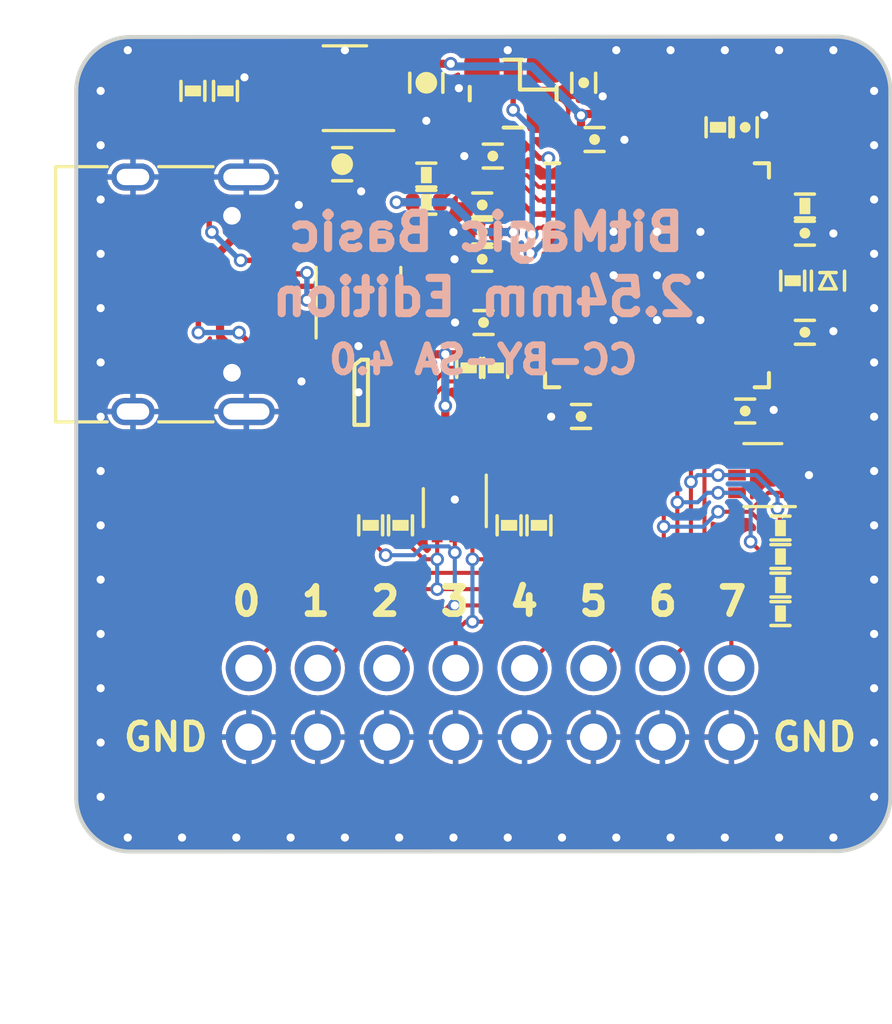
<source format=kicad_pcb>
(kicad_pcb (version 20221018) (generator pcbnew)
  (title_block (title "BitMagic-Basic") (rev "V1.0b") (company "1BitSquared") (comment 1 "CC-BY-SA V4.0") (comment 2 "(C) 2019 1BitSquared <info@1bitsquared.com>") (comment 3 "(C) 2019 Piotr Esden-Tempski <piotr@esden.net>"))
  (layers (0 "F.Cu" signal) (31 "B.Cu" signal) (34 "B.Paste" user) (35 "F.Paste" user) (36 "B.SilkS" user "B.Silkscreen") (37 "F.SilkS" user "F.Silkscreen") (38 "B.Mask" user) (39 "F.Mask" user) (44 "Edge.Cuts" user))
  (net 0 "")
  (net 1 "+3V3")
  (net 2 "GND")
  (net 3 "+5V")
  (net 4 "/XTALOUT")
  (net 5 "/XTALIN")
  (net 6 "/SCL")
  (net 7 "/SDA")
  (net 8 "/PB0")
  (net 9 "/PB1")
  (net 10 "/PB2")
  (net 11 "/PB5")
  (net 12 "/PB6")
  (net 13 "/PB7")
  (net 14 "/~{RESET}")
  (net 15 "/WAKEUP")
  (net 16 "/PB3")
  (net 17 "/PB4")
  (net 19 "/USBD_P")
  (net 20 "/USBD_N")
  (net 22 "/PA1")
  (net 23 "/TRIG")
  (net 24 "/CLK")
  (net 25 "/IFCLK")
  (net 26 "Net-(D1-PadC)")
  (net 27 "/TRIG2")
  (net 46 "/CC1")
  (net 48 "/CC2")
  (footprint "pkl_dipol:C_0402" (layer "F.Cu") (at 33.61 40.03 180)
    (fp_text reference "C1" hide)
    (fp_text value "100n")
  )
  (footprint "pkl_dipol:C_0402" (layer "F.Cu") (at 37.2 43.49 180)
    (fp_text reference "C2" hide)
    (fp_text value "100n")
  )
  (footprint "pkl_dipol:C_0402" (layer "F.Cu") (at 43.25 43.29)
    (fp_text reference "C3" hide)
    (fp_text value "100n")
  )
  (footprint "pkl_dipol:C_0402" (layer "F.Cu") (at 45.45 40.39)
    (fp_text reference "C4" hide)
    (fp_text value "100n")
  )
  (footprint "pkl_dipol:C_0402" (layer "F.Cu") (at 43.25 32.84 90)
    (fp_text reference "C5" hide)
    (fp_text value "100n")
  )
  (footprint "pkl_dipol:C_0402" (layer "F.Cu") (at 37.7 33.29)
    (fp_text reference "C6" hide)
    (fp_text value "100n")
  )
  (footprint "pkl_dipol:C_0402" (layer "F.Cu") (at 33.56 36.7 180)
    (fp_text reference "C8" hide)
    (fp_text value "2u2")
  )
  (footprint "pkl_dipol:C_0603" (layer "F.Cu") (at 28.4 34.2)
    (fp_text reference "C11" hide)
    (fp_text value "4u7")
  )
  (footprint "pkl_dipol:C_0603" (layer "F.Cu") (at 31.5 31.2 -90)
    (fp_text reference "C13" hide)
    (fp_text value "4u7")
  )
  (footprint "pkl_dipol:C_0402" (layer "F.Cu") (at 45.45 36.74)
    (fp_text reference "C14" hide)
    (fp_text value "1u")
  )
  (footprint "pkl_dipol:C_0402" (layer "F.Cu") (at 37.3 31.2 -90)
    (fp_text reference "C15" hide)
    (fp_text value "10p")
  )
  (footprint "pkl_dipol:C_0402" (layer "F.Cu") (at 33.95 33.9 180)
    (fp_text reference "C16" hide)
    (fp_text value "10p")
  )
  (footprint "pkl_dipol:D_0603" (layer "F.Cu") (at 46.3 38.49 -90)
    (fp_text reference "D1" hide)
    (fp_text value "GRN")
  )
  (footprint "pkl_housings_dfn_qfn:QFN-56-1EP_8x8mm_Pitch0.5mm" (layer "F.Cu") (at 40 38.29)
    (fp_text reference "IC1" hide)
    (fp_text value "CY7C68013A-56")
  )
  (footprint "pkl_dipol:R_0402" (layer "F.Cu") (at 45 38.49 -90)
    (fp_text reference "R1" hide)
    (fp_text value "3k3")
  )
  (footprint "pkl_dipol:R_0402" (layer "F.Cu") (at 34.06 41.7 90)
    (fp_text reference "R2" hide)
    (fp_text value "3k3")
  )
  (footprint "pkl_dipol:R_0402" (layer "F.Cu") (at 33.06 41.7 90)
    (fp_text reference "R3" hide)
    (fp_text value "3k3")
  )
  (footprint "pkl_dipol:R_0402" (layer "F.Cu") (at 45.45 35.74)
    (fp_text reference "R4" hide)
    (fp_text value "3k3")
  )
  (footprint "pkl_dipol:R_0402" (layer "F.Cu") (at 42.25 32.84 90)
    (fp_text reference "R5" hide)
    (fp_text value "150k")
  )
  (footprint "pkl_misc:ABM8" (layer "F.Cu") (at 34.7 31.6 180)
    (fp_text reference "X1" hide)
    (fp_text value "24MHz")
  )
  (footprint "pkl_dipol:R_0402" (layer "F.Cu") (at 31.5 34.6)
    (fp_text reference "R6" hide)
    (fp_text value "150k")
  )
  (footprint "pkl_housings_sot:SOT-23-5" (layer "F.Cu") (at 29.1 42.6 180)
    (fp_text reference "U5" hide)
    (fp_text value "24LC00")
  )
  (footprint "pkl_dipol:R_0402" (layer "F.Cu") (at 31.5 35.6)
    (fp_text reference "R7" hide)
    (fp_text value "150k")
  )
  (footprint "pkl_dipol:R_0402" (layer "F.Cu") (at 44.55 47.6 180)
    (fp_text reference "R14" hide)
    (fp_text value "150k")
  )
  (footprint "pkl_dipol:R_0402" (layer "F.Cu") (at 29.45 47.5 -90)
    (fp_text reference "R10" hide)
    (fp_text value "150k")
  )
  (footprint "pkl_dipol:R_0402" (layer "F.Cu") (at 30.55 47.5 -90)
    (fp_text reference "R9" hide)
    (fp_text value "150k")
  )
  (footprint "pkl_dipol:R_0402" (layer "F.Cu") (at 34.55 47.5 -90)
    (fp_text reference "R13" hide)
    (fp_text value "150k")
  )
  (footprint "pkl_dipol:C_0402" (layer "F.Cu") (at 33.56 37.7 180)
    (fp_text reference "C10" hide)
    (fp_text value "100n")
  )
  (footprint "pkl_dipol:R_0402" (layer "F.Cu") (at 44.55 49.7 180)
    (fp_text reference "R16" hide)
    (fp_text value "150k")
  )
  (footprint "pkl_dipol:R_0402" (layer "F.Cu") (at 24.1 31.5 90)
    (fp_text reference "R12" hide)
    (fp_text value "5k1")
  )
  (footprint "pkl_dipol:R_0402" (layer "F.Cu") (at 35.65 47.5 -90)
    (fp_text reference "R8" hide)
    (fp_text value "150k")
  )
  (footprint "Connector_PinHeader_2.54mm:PinHeader_2x08_P2.54mm_Horizontal" (layer "F.Cu") (at 42.74 52.76 -90)
    (fp_text reference "J1" hide)
    (fp_text value "Conn_02x08_Odd_Even" hide)
  )
  (footprint "pkl_dipol:R_0402" (layer "F.Cu") (at 44.55 50.75 180)
    (fp_text reference "R17" hide)
    (fp_text value "150k")
  )
  (footprint "pkl_dipol:C_0402" (layer "F.Cu") (at 33.56 35.7 180)
    (fp_text reference "C9" hide)
    (fp_text value "100n")
  )
  (footprint "Package_TO_SOT_SMD:SOT-23-6" (layer "F.Cu") (at 29 38.8 90)
    (fp_text reference "U2" hide)
    (fp_text value "SRV05-4")
  )
  (footprint "pkl_dipol:R_0402" (layer "F.Cu") (at 22.9 31.5 90)
    (fp_text reference "R11" hide)
    (fp_text value "5k1")
  )
  (footprint "pkl_dipol:R_0402" (layer "F.Cu") (at 44.55 48.65 180)
    (fp_text reference "R15" hide)
    (fp_text value "150k")
  )
  (footprint "Package_TO_SOT_SMD:SOT-23-3" (layer "F.Cu") (at 28.5 31.4 180)
    (fp_text reference "U1" hide)
    (fp_text value "XC6206PxxxMR")
  )
  (footprint "Package_TO_SOT_SMD:SOT-363_SC-70-6" (layer "F.Cu") (at 43.9 45.65 180)
    (fp_text reference "U4" hide)
    (fp_text value "SMF05CT1G")
  )
  (footprint "Package_TO_SOT_SMD:SOT-363_SC-70-6" (layer "F.Cu") (at 32.55 46.85 -90)
    (fp_text reference "U3" hide)
    (fp_text value "SMF05CT1G")
  )
  (footprint "pkl_connectors:USB_C_Receptacle_HRO_TYPE-C-31-M-12" (layer "F.Cu") (at 21.74 38.99 -90)
    (fp_text reference "J2" hide)
    (fp_text value "USB_C_Receptacle_USB2.0")
  )
  (gr_line (start 18.6 31.514214) (end 18.6 57.514214) (stroke (width 0.15)) (layer "Edge.Cuts"))
  (gr_line (start 48.6 31.5) (end 48.6 57.5) (stroke (width 0.15)) (layer "Edge.Cuts"))
  (gr_arc (start 48.6 57.5) (mid 48.014219 58.914223) (end 46.6 59.5) (stroke (width 0.15)) (layer "Edge.Cuts"))
  (gr_line (start 46.6 59.5) (end 20.6 59.514214) (stroke (width 0.15)) (layer "Edge.Cuts"))
  (gr_arc (start 46.6 29.5) (mid 48.014214 30.085786) (end 48.6 31.5) (stroke (width 0.15)) (layer "Edge.Cuts"))
  (gr_line (start 20.6 29.514214) (end 46.6 29.5) (stroke (width 0.15)) (layer "Edge.Cuts"))
  (gr_arc (start 20.6 59.514214) (mid 19.185786 58.928428) (end 18.6 57.514214) (stroke (width 0.15)) (layer "Edge.Cuts"))
  (gr_arc (start 18.6 31.514214) (mid 19.185781 30.099991) (end 20.6 29.514214) (stroke (width 0.15)) (layer "Edge.Cuts"))
  (gr_text "2.54mm Edition" (at 33.6 39.1) (layer "B.SilkS") (effects (font (size 1.3 1.3) (thickness 0.3)) (justify mirror)))
  (gr_text "BitMagic Basic" (at 33.7 36.7) (layer "B.SilkS") (effects (font (size 1.3 1.3) (thickness 0.3)) (justify mirror)))
  (gr_text "CC-BY-SA 4.0" (at 33.6 41.4) (layer "B.SilkS") (effects (font (size 1 1) (thickness 0.25)) (justify mirror)))
  (gr_text "GND" (at 45.8 55.3) (layer "F.SilkS") (effects (font (size 1 1) (thickness 0.2) bold)))
  (gr_text "1" (at 27.428574 50.3) (layer "F.SilkS") (effects (font (size 1 1) (thickness 0.25))))
  (gr_text "0" (at 24.871426 50.3) (layer "F.SilkS") (effects (font (size 1 1) (thickness 0.25))))
  (gr_text "7" (at 42.771426 50.3) (layer "F.SilkS") (effects (font (size 1 1) (thickness 0.25))))
  (gr_text "5" (at 37.657142 50.3) (layer "F.SilkS") (effects (font (size 1 1) (thickness 0.25))))
  (gr_text "3" (at 32.542858 50.3) (layer "F.SilkS") (effects (font (size 1 1) (thickness 0.25))))
  (gr_text "GND" (at 21.9 55.3) (layer "F.SilkS") (effects (font (size 1 1) (thickness 0.2) bold)))
  (gr_text "6" (at 40.214284 50.3) (layer "F.SilkS") (effects (font (size 1 1) (thickness 0.25))))
  (gr_text "2" (at 29.985716 50.3) (layer "F.SilkS") (effects (font (size 1 1) (thickness 0.25))))
  (gr_text "4" (at 35.1 50.3) (layer "F.SilkS") (effects (font (size 1 1) (thickness 0.25))))
  (segment (start 31.4 31.2) (end 28.6 31.2) (width 0.3) (layer "F.Cu") (net 1))
  (segment (start 21.9 55.8) (end 21.9 45) (width 0.3) (layer "F.Cu") (net 1))
  (segment (start 44.95 41.25) (end 44.999999 41.200001) (width 0.3) (layer "F.Cu") (net 1))
  (segment (start 37.25 32.35) (end 37.2 32.4) (width 0.3) (layer "F.Cu") (net 1))
  (segment (start 37.25 32.35) (end 42.24 32.35) (width 0.3) (layer "F.Cu") (net 1))
  (segment (start 36.1 36.04) (end 35.453634 36.04) (width 0.15) (layer "F.Cu") (net 1))
  (segment (start 42.75 42.19) (end 42.75 43.29) (width 0.2) (layer "F.Cu") (net 1))
  (segment (start 31 35.6) (end 31 33.8) (width 0.3) (layer "F.Cu") (net 1))
  (segment (start 43.9 40.04) (end 44.6 40.04) (width 0.2) (layer "F.Cu") (net 1))
  (segment (start 45.05 49.7) (end 45.05 50.5) (width 0.2) (layer "F.Cu") (net 1))
  (segment (start 44.6 40.04) (end 44.95 40.39) (width 0.2) (layer "F.Cu") (net 1))
  (segment (start 34.6 37.7) (end 34.06 37.7) (width 0.2) (layer "F.Cu") (net 1))
  (segment (start 31.5 31.1) (end 31.4 31.2) (width 0.3) (layer "F.Cu") (net 1))
  (segment (start 45.05 49.2) (end 47.3 49.2) (width 0.2) (layer "F.Cu") (net 1))
  (segment (start 34.55 47) (end 34.55 45) (width 0.2) (layer "F.Cu") (net 1))
  (segment (start 43.25 33.34) (end 42.25 32.34) (width 0.3) (layer "F.Cu") (net 1))
  (segment (start 45.95 34.59) (end 45.95 35.74) (width 0.3) (layer "F.Cu") (net 1))
  (segment (start 45.95 35.74) (end 46.6 35.74) (width 0.3) (layer "F.Cu") (net 1))
  (segment (start 34.06 36.7) (end 34.7 36.7) (width 0.3) (layer "F.Cu") (net 1))
  (segment (start 30.4 33.2) (end 28.9 33.2) (width 0.3) (layer "F.Cu") (net 1))
  (segment (start 31.5 30.45) (end 31.5 31.1) (width 0.3) (layer "F.Cu") (net 1))
  (segment (start 47.3 55.2) (end 45 57.5) (width 0.3) (layer "F.Cu") (net 1))
  (segment (start 44.95 43.6) (end 44.5 44.05) (width 0.3) (layer "F.Cu") (net 1))
  (segment (start 45 57.5) (end 23.6 57.5) (width 0.3) (layer "F.Cu") (net 1))
  (segment (start 37.25 34.39) (end 37.25 33.34) (width 0.2) (layer "F.Cu") (net 1))
  (segment (start 47.3 41.2) (end 47.3 49.2) (width 0.3) (layer "F.Cu") (net 1))
  (segment (start 31.55 30.5) (end 32.4 30.5) (width 0.3) (layer "F.Cu") (net 1))
  (segment (start 36.81 45) (end 34.55 45) (width 0.3) (layer "F.Cu") (net 1))
  (segment (start 44.7 33.34) (end 45.95 34.59) (width 0.3) (layer "F.Cu") (net 1))
  (segment (start 46.3 39.24) (end 47.24 39.24) (width 0.3) (layer "F.Cu") (net 1))
  (segment (start 36.1 36.04) (end 35.44 36.04) (width 0.2) (layer "F.Cu") (net 1))
  (segment (start 47.24 39.24) (end 47.3 39.3) (width 0.3) (layer "F.Cu") (net 1))
  (segment (start 34.06 36.7) (end 34.06 35.7) (width 0.3) (layer "F.Cu") (net 1))
  (segment (start 31 35.6) (end 31 34.6) (width 0.3) (layer "F.Cu") (net 1))
  (segment (start 45.05 49.2) (end 45.05 49.7) (width 0.2) (layer "F.Cu") (net 1))
  (segment (start 28.6 32.9) (end 28.9 33.2) (width 0.3) (layer "F.Cu") (net 1))
  (segment (start 37.7 43.5) (end 37.7 44.11) (width 0.3) (layer "F.Cu") (net 1))
  (segment (start 31.5 30.45) (end 29.6375 30.45) (width 0.3) (layer "F.Cu") (net 1))
  (segment (start 34.06 37.7) (end 34.06 36.7) (width 0.3) (layer "F.Cu") (net 1))
  (segment (start 36.1 40.04) (end 34.12 40.04) (width 0.2) (layer "F.Cu") (net 1))
  (segment (start 37.2 33.29) (end 37.2 32.4) (width 0.3) (layer "F.Cu") (net 1))
  (segment (start 34.55 45) (end 32.2 45) (width 0.3) (layer "F.Cu") (net 1))
  (segment (start 35.65 47) (end 34.55 47) (width 0.2) (layer "F.Cu") (net 1))
  (segment (start 35.44 36.04) (end 35.1 35.7) (width 0.2) (layer "F.Cu") (net 1))
  (segment (start 44.999999 41.200001) (end 47.3 41.2) (width 0.3) (layer "F.Cu") (net 1))
  (segment (start 22.3 30.2) (end 27.6 30.2) (width 0.3) (layer "F.Cu") (net 1))
  (segment (start 36.1 38.04) (end 34.94 38.04) (width 0.2) (layer "F.Cu") (net 1))
  (segment (start 37.7 44.11) (end 36.81 45) (width 0.3) (layer "F.Cu") (net 1))
  (segment (start 27.6 30.2) (end 28.6 31.2) (width 0.3) (layer "F.Cu") (net 1))
  (segment (start 36.1 36.04) (end 35.5 36.04) (width 0.15) (layer "F.Cu") (net 1))
  (segment (start 30.55 45) (end 21.9 45) (width 0.3) (layer "F.Cu") (net 1))
  (segment (start 21.9 30.6) (end 22.3 30.2) (width 0.3) (layer "F.Cu") (net 1))
  (segment (start 44.95 40.39) (end 44.95 41.25) (width 0.3) (layer "F.Cu") (net 1))
  (segment (start 29.45 47) (end 30.55 47) (width 0.2) (layer "F.Cu") (net 1))
  (segment (start 28.6 32.9) (end 28.6 31.2) (width 0.3) (layer "F.Cu") (net 1))
  (segment (start 30.55 47) (end 30.55 45) (width 0.2) (layer "F.Cu") (net 1))
  (segment (start 37.75 42.19) (end 37.75 43.44) (width 0.2) (layer "F.Cu") (net 1))
  (segment (start 45.05 47.6) (end 45.05 48.65) (width 0.2) (layer "F.Cu") (net 1))
  (segment (start 44.5 44.05) (end 43.4 44.05) (width 0.3) (layer "F.Cu") (net 1))
  (segment (start 34.1 40.04) (end 34.1 41.16) (width 0.3) (layer "F.Cu") (net 1))
  (segment (start 23.6 57.5) (end 21.9 55.8) (width 0.3) (layer "F.Cu") (net 1))
  (segment (start 47.3 49.2) (end 47.3 55.2) (width 0.3) (layer "F.Cu") (net 1))
  (segment (start 46.6 35.74) (end 47.3 36.44) (width 0.3) (layer "F.Cu") (net 1))
  (segment (start 34.06 41.2) (end 33.06 41.2) (width 0.3) (layer "F.Cu") (net 1))
  (segment (start 31.4 41.2) (end 32.2 41.2) (width 0.3) (layer "F.Cu") (net 1))
  (segment (start 47.3 39.3) (end 47.3 41.2) (width 0.3) (layer "F.Cu") (net 1))
  (segment (start 31 35.6) (end 30.4 35.6) (width 0.3) (layer "F.Cu") (net 1))
  (segment (start 32.2 43.1) (end 32.2 45) (width 0.3) (layer "F.Cu") (net 1))
  (segment (start 31 33.8) (end 30.4 33.2) (width 0.3) (layer "F.Cu") (net 1))
  (segment (start 45.05 48.65) (end 45.05 49.2) (width 0.2) (layer "F.Cu") (net 1))
  (segment (start 34.94 38.04) (end 34.6 37.7) (width 0.2) (layer "F.Cu") (net 1))
  (segment (start 30.2 41.65) (end 30.95 41.65) (width 0.3) (layer "F.Cu") (net 1))
  (segment (start 47.3 36.44) (end 47.3 39.3) (width 0.3) (layer "F.Cu") (net 1))
  (segment (start 43.25 34.39) (end 43.25 33.34) (width 0.2) (layer "F.Cu") (net 1))
  (segment (start 44.95 41.25) (end 44.95 43.6) (width 0.3) (layer "F.Cu") (net 1))
  (segment (start 32.2 45) (end 30.55 45) (width 0.3) (layer "F.Cu") (net 1))
  (segment (start 21.9 45) (end 21.9 30.6) (width 0.3) (layer "F.Cu") (net 1))
  (segment (start 33.06 41.2) (end 32.2 41.2) (width 0.3) (layer "F.Cu") (net 1))
  (segment (start 30.95 41.65) (end 31.4 41.2) (width 0.3) (layer "F.Cu") (net 1))
  (segment (start 32.96 41.2) (end 34.06 41.2) (width 0.2) (layer "F.Cu") (net 1))
  (segment (start 43.25 33.34) (end 44.7 33.34) (width 0.3) (layer "F.Cu") (net 1))
  (segment (start 35.1 35.7) (end 34.06 35.7) (width 0.2) (layer "F.Cu") (net 1))
  (segment (start 43.4 44.05) (end 42.75 43.4) (width 0.3) (layer "F.Cu") (net 1))
  (via (at 30.4 35.6) (size 0.5) (drill 0.3) (layers "F.Cu" "B.Cu") (net 1))
  (via (at 37.2 32.4) (size 0.5) (drill 0.3) (layers "F.Cu" "B.Cu") (net 1))
  (via (at 32.4 30.5) (size 0.5) (drill 0.3) (layers "F.Cu" "B.Cu") (net 1))
  (via (at 32.2 43.1) (size 0.5) (drill 0.3) (layers "F.Cu" "B.Cu") (net 1))
  (via (at 32.2 41.2) (size 0.5) (drill 0.3) (layers "F.Cu" "B.Cu") (net 1))
  (via (at 34.7 36.7) (size 0.5) (drill 0.3) (layers "F.Cu" "B.Cu") (net 1))
  (segment (start 32.5 30.6) (end 35.4 30.6) (width 0.3) (layer "B.Cu") (net 1))
  (segment (start 32.4 35.6) (end 30.4 35.6) (width 0.3) (layer "B.Cu") (net 1))
  (segment (start 35.4 30.6) (end 37.2 32.4) (width 0.3) (layer "B.Cu") (net 1))
  (segment (start 33.5 36.7) (end 32.4 35.6) (width 0.3) (layer "B.Cu") (net 1))
  (segment (start 32.2 41.2) (end 32.2 43.1) (width 0.3) (layer "B.Cu") (net 1))
  (segment (start 32.4 30.5) (end 32.5 30.6) (width 0.3) (layer "B.Cu") (net 1))
  (segment (start 34.7 36.7) (end 33.5 36.7) (width 0.3) (layer "B.Cu") (net 1))
  (segment (start 33.06 36.7) (end 32.5 36.7) (width 0.3) (layer "F.Cu") (net 2))
  (segment (start 38.25 34.39) (end 38.25 36.54) (width 0.2) (layer "F.Cu") (net 2))
  (segment (start 45.95 40.39) (end 46.46 40.39) (width 0.3) (layer "F.Cu") (net 2))
  (segment (start 43.9 32.34) (end 43.95 32.39) (width 0.3) (layer "F.Cu") (net 2))
  (segment (start 32.91 33.89) (end 32.9 33.9) (width 0.3) (layer "F.Cu") (net 2))
  (segment (start 33.06 36.7) (end 33.06 37.7) (width 0.3) (layer "F.Cu") (net 2))
  (segment (start 42.25 42.19) (end 42.25 40.54) (width 0.2) (layer "F.Cu") (net 2))
  (segment (start 37.3 31.7) (end 38 31.7) (width 0.2) (layer "F.Cu") (net 2))
  (segment (start 30.55 32.35) (end 29.6375 32.35) (width 0.3) (layer "F.Cu") (net 2))
  (segment (start 36.1 40.54) (end 37.4125 40.54) (width 0.15) (layer "F.Cu") (net 2))
  (segment (start 31.5 32.6) (end 31.5 31.95) (width 0.3) (layer "F.Cu") (net 2))
  (segment (start 44.26 43.29) (end 44.3 43.25) (width 0.3) (layer "F.Cu") (net 2))
  (segment (start 38.2 33.29) (end 38.79 33.29) (width 0.3) (layer "F.Cu") (net 2))
  (segment (start 29.15 35.15) (end 29.1 35.2) (width 0.3) (layer "F.Cu") (net 2))
  (segment (start 33.06 35.7) (end 33.06 36.7) (width 0.3) (layer "F.Cu") (net 2))
  (segment (start 36.75 41.54) (end 36.1 41.54) (width 0.15) (layer "F.Cu") (net 2))
  (segment (start 43.9 35.54) (end 42.75 35.54) (width 0.15) (layer "F.Cu") (net 2))
  (segment (start 44.85 45.65) (end 45.6 45.65) (width 0.3) (layer "F.Cu") (net 2))
  (segment (start 43.25 41.69) (end 42.41875 40.85875) (width 0.15) (layer "F.Cu") (net 2))
  (segment (start 22.9 31) (end 24.1 31) (width 0.2) (layer "F.Cu") (net 2))
  (segment (start 45.95 36.74) (end 46.49 36.74) (width 0.3) (layer "F.Cu") (net 2))
  (segment (start 38.25 35.2025) (end 38.25 34.39) (width 0.15) (layer "F.Cu") (net 2))
  (segment (start 37.58125 40.70875) (end 36.75 41.54) (width 0.15) (layer "F.Cu") (net 2))
  (segment (start 25.785 42.24) (end 26.86 42.24) (width 0.3) (layer "F.Cu") (net 2))
  (segment (start 29 39.9375) (end 29 40.9) (width 0.3) (layer "F.Cu") (net 2))
  (segment (start 33.235 30.865) (end 32.7 31.4) (width 0.3) (layer "F.Cu") (net 2))
  (segment (start 32.55 45.9) (end 32.55 46.55) (width 0.3) (layer "F.Cu") (net 2))
  (segment (start 30.95 31.95) (end 30.55 32.35) (width 0.3) (layer "F.Cu") (net 2))
  (segment (start 36.1 39.54) (end 37.1375 39.54) (width 0.15) (layer "F.Cu") (net 2))
  (segment (start 33.45 33.89) (end 32.91 33.89) (width 0.3) (layer "F.Cu") (net 2))
  (segment (start 26.86 42.24) (end 26.9 42.2) (width 0.3) (layer "F.Cu") (net 2))
  (segment (start 36.1 37.54) (end 37.525 37.54) (width 0.15) (layer "F.Cu") (net 2))
  (segment (start 24.1 31) (end 24.8 31) (width 0.2) (layer "F.Cu") (net 2))
  (segment (start 36.7 43.5) (end 36.1 43.5) (width 0.3) (layer "F.Cu") (net 2))
  (segment (start 29.15 34.3) (end 29.15 35.15) (width 0.3) (layer "F.Cu") (net 2))
  (segment (start 46.46 40.39) (end 46.5 40.35) (width 0.3) (layer "F.Cu") (net 2))
  (segment (start 36.75 35.04) (end 36.75 34.39) (width 0.15) (layer "F.Cu") (net 2))
  (segment (start 25.785 35.74) (end 26.76 35.74) (width 0.3) (layer "F.Cu") (net 2))
  (segment (start 33.1 37.7) (end 32.54 37.7) (width 0.3) (layer "F.Cu") (net 2))
  (segment (start 43.75 43.29) (end 44.26 43.29) (width 0.3) (layer "F.Cu") (net 2))
  (segment (start 31.5 31.95) (end 30.95 31.95) (width 0.3) (layer "F.Cu") (net 2))
  (segment (start 38.25 34.39) (end 38.25 33.34) (width 0.2) (layer "F.Cu") (net 2))
  (segment (start 26.76 35.74) (end 26.8 35.7) (width 0.3) (layer "F.Cu") (net 2))
  (segment (start 46.49 36.74) (end 46.5 36.75) (width 0.3) (layer "F.Cu") (net 2))
  (segment (start 43.25 42.19) (end 43.25 41.69) (width 0.15) (layer "F.Cu") (net 2))
  (segment (start 33.11 40.03) (end 32.56 40.03) (width 0.3) (layer "F.Cu") (net 2))
  (segment (start 38.79 33.29) (end 38.8 33.3) (width 0.3) (layer "F.Cu") (net 2))
  (segment (start 28 42.6) (end 29 42.6) (width 0.3) (layer "F.Cu") (net 2))
  (segment (start 37.58125 35.87125) (end 36.75 35.04) (width 0.15) (layer "F.Cu") (net 2))
  (segment (start 43.25 32.34) (end 43.9 32.34) (width 0.3) (layer "F.Cu") (net 2))
  (via (at 24.8 31) (size 0.5) (drill 0.3) (layers "F.Cu" "B.Cu") (net 2))
  (via (at 32.9 33.9) (size 0.5) (drill 0.3) (layers "F.Cu" "B.Cu") (net 2))
  (via (at 48 47.5) (size 0.5) (drill 0.3) (layers "F.Cu" "B.Cu") (net 2))
  (via (at 48 45.5) (size 0.5) (drill 0.3) (layers "F.Cu" "B.Cu") (net 2))
  (via (at 19.5 49.5) (size 0.5) (drill 0.3) (layers "F.Cu" "B.Cu") (net 2))
  (via (at 34.5 59) (size 0.5) (drill 0.3) (layers "F.Cu" "B.Cu") (net 2))
  (via (at 32.5 36.7) (size 0.5) (drill 0.3) (layers "F.Cu" "B.Cu") (net 2))
  (via (at 19.5 41.5) (size 0.5) (drill 0.3) (layers "F.Cu" "B.Cu") (net 2))
  (via (at 48 31.5) (size 0.5) (drill 0.3) (layers "F.Cu" "B.Cu") (net 2))
  (via (at 36.1 43.5) (size 0.5) (drill 0.3) (layers "F.Cu" "B.Cu") (net 2))
  (via (at 28.5 30) (size 0.5) (drill 0.3) (layers "F.Cu" "B.Cu") (net 2))
  (via (at 40.5 30) (size 0.5) (drill 0.3) (layers "F.Cu" "B.Cu") (net 2))
  (via (at 32.56 40.03) (size 0.5) (drill 0.3) (layers "F.Cu" "B.Cu") (net 2))
  (via (at 42.5 30) (size 0.5) (drill 0.3) (layers "F.Cu" "B.Cu") (net 2))
  (via (at 26.5 59) (size 0.5) (drill 0.3) (layers "F.Cu" "B.Cu") (net 2))
  (via (at 29 40.9) (size 0.5) (drill 0.3) (layers "F.Cu" "B.Cu") (net 2))
  (via (at 19.5 33.5) (size 0.5) (drill 0.3) (layers "F.Cu" "B.Cu") (net 2))
  (via (at 38.5 59) (size 0.5) (drill 0.3) (layers "F.Cu" "B.Cu") (net 2))
  (via (at 38 31.7) (size 0.5) (drill 0.3) (layers "F.Cu" "B.Cu") (net 2))
  (via (at 48 55.5) (size 0.5) (drill 0.3) (layers "F.Cu" "B.Cu") (net 2))
  (via (at 48 43.5) (size 0.5) (drill 0.3) (layers "F.Cu" "B.Cu") (net 2))
  (via (at 46.5 36.75) (size 0.5) (drill 0.3) (layers "F.Cu" "B.Cu") (net 2))
  (via (at 44.5 59) (size 0.5) (drill 0.3) (layers "F.Cu" "B.Cu") (net 2))
  (via (at 44.5 30) (size 0.5) (drill 0.3) (layers "F.Cu" "B.Cu") (net 2))
  (via (at 30.5 59) (size 0.5) (drill 0.3) (layers "F.Cu" "B.Cu") (net 2))
  (via (at 19.5 37.5) (size 0.5) (drill 0.3) (layers "F.Cu" "B.Cu") (net 2))
  (via (at 48 37.5) (size 0.5) (drill 0.3) (layers "F.Cu" "B.Cu") (net 2))
  (via (at 48 39.5) (size 0.5) (drill 0.3) (layers "F.Cu" "B.Cu") (net 2))
  (via (at 40.5 59) (size 0.5) (drill 0.3) (layers "F.Cu" "B.Cu") (net 2))
  (via (at 44.3 43.25) (size 0.5) (drill 0.3) (layers "F.Cu" "B.Cu") (net 2))
  (via (at 20.5 59) (size 0.5) (drill 0.3) (layers "F.Cu" "B.Cu") (net 2))
  (via (at 29.1 35.2) (size 0.5) (drill 0.3) (layers "F.Cu" "B.Cu") (net 2))
  (via (at 34.5 30) (size 0.5) (drill 0.3) (layers "F.Cu" "B.Cu") (net 2))
  (via (at 45.6 45.65) (size 0.5) (drill 0.3) (layers "F.Cu" "B.Cu") (net 2))
  (via (at 31.5 32.6) (size 0.5) (drill 0.3) (layers "F.Cu" "B.Cu") (net 2))
  (via (at 29 42.6) (size 0.5) (drill 0.3) (layers "F.Cu" "B.Cu") (net 2))
  (via (at 19.5 35.5) (size 0.5) (drill 0.3) (layers "F.Cu" "B.Cu") (net 2))
  (via (at 20.5 30) (size 0.5) (drill 0.3) (layers "F.Cu" "B.Cu") (net 2))
  (via (at 48 49.5) (size 0.5) (drill 0.3) (layers "F.Cu" "B.Cu") (net 2))
  (via (at 19.5 55.5) (size 0.5) (drill 0.3) (layers "F.Cu" "B.Cu") (net 2))
  (via (at 48 53.5) (size 0.5) (drill 0.3) (layers "F.Cu" "B.Cu") (net 2))
  (via (at 32.7 31.4) (size 0.5) (drill 0.3) (layers "F.Cu" "B.Cu") (net 2))
  (via (at 38.5 30) (size 0.5) (drill 0.3) (layers "F.Cu" "B.Cu") (net 2))
  (via (at 19.5 45.5) (size 0.5) (drill 0.3) (layers "F.Cu" "B.Cu") (net 2))
  (via (at 48 57.5) (size 0.5) (drill 0.3) (layers "F.Cu" "B.Cu") (net 2))
  (via (at 32.55 46.55) (size 0.5) (drill 0.3) (layers "F.Cu" "B.Cu") (net 2))
  (via (at 48 35.5) (size 0.5) (drill 0.3) (layers "F.Cu" "B.Cu") (net 2))
  (via (at 19.5 53.5) (size 0.5) (drill 0.3) (layers "F.Cu" "B.Cu") (net 2))
  (via (at 46.5 40.35) (size 0.5) (drill 0.3) (layers "F.Cu" "B.Cu") (net 2))
  (via (at 28.5 59) (size 0.5) (drill 0.3) (layers "F.Cu" "B.Cu") (net 2))
  (via (at 19.5 43.5) (size 0.5) (drill 0.3) (layers "F.Cu" "B.Cu") (net 2))
  (via (at 32.54 37.7) (size 0.5) (drill 0.3) (layers "F.Cu" "B.Cu") (net 2))
  (via (at 22.5 59) (size 0.5) (drill 0.3) (layers "F.Cu" "B.Cu") (net 2))
  (via (at 46.5 59) (size 0.5) (drill 0.3) (layers "F.Cu" "B.Cu") (net 2))
  (via (at 48 41.5) (size 0.5) (drill 0.3) (layers "F.Cu" "B.Cu") (net 2))
  (via (at 38.8 33.3) (size 0.5) (drill 0.3) (layers "F.Cu" "B.Cu") (net 2))
  (via (at 26.9 42.2) (size 0.5) (drill 0.3) (layers "F.Cu" "B.Cu") (net 2))
  (via (at 24.5 59) (size 0.5) (drill 0.3) (layers "F.Cu" "B.Cu") (net 2))
  (via (at 19.5 31.5) (size 0.5) (drill 0.3) (layers "F.Cu" "B.Cu") (net 2))
  (via (at 36.5 59) (size 0.5) (drill 0.3) (layers "F.Cu" "B.Cu") (net 2))
  (via (at 43.95 32.39) (size 0.5) (drill 0.3) (layers "F.Cu" "B.Cu") (net 2))
  (via (at 48 33.5) (size 0.5) (drill 0.3) (layers "F.Cu" "B.Cu") (net 2))
  (via (at 48 51.5) (size 0.5) (drill 0.3) (layers "F.Cu" "B.Cu") (net 2))
  (via (at 19.5 47.5) (size 0.5) (drill 0.3) (layers "F.Cu" "B.Cu") (net 2))
  (via (at 32.5 59) (size 0.5) (drill 0.3) (layers "F.Cu" "B.Cu") (net 2))
  (via (at 46.5 30) (size 0.5) (drill 0.3) (layers "F.Cu" "B.Cu") (net 2))
  (via (at 19.5 57.5) (size 0.5) (drill 0.3) (layers "F.Cu" "B.Cu") (net 2))
  (via (at 19.5 51.5) (size 0.5) (drill 0.3) (layers "F.Cu" "B.Cu") (net 2))
  (via (at 19.5 39.5) (size 0.5) (drill 0.3) (layers "F.Cu" "B.Cu") (net 2))
  (via (at 42.5 59) (size 0.5) (drill 0.3) (layers "F.Cu" "B.Cu") (net 2))
  (via (at 26.8 35.7) (size 0.5) (drill 0.3) (layers "F.Cu" "B.Cu") (net 2))
  (segment (start 28.64 36.54) (end 26.9 36.54) (width 0.3) (layer "F.Cu") (net 3))
  (segment (start 27.6 36.54) (end 27.65 36.49) (width 0.3) (layer "F.Cu") (net 3))
  (segment (start 24.782469 36.54) (end 25.785 36.54) (width 0.3) (layer "F.Cu") (net 3))
  (segment (start 27.4 32.6) (end 27.4 31.4375) (width 0.3) (layer "F.Cu") (net 3))
  (segment (start 26.9 36.54) (end 27.6 36.54) (width 0.3) (layer "F.Cu") (net 3))
  (segment (start 29 37.6625) (end 29 36.9) (width 0.3) (layer "F.Cu") (net 3))
  (segment (start 23.9 37.422469) (end 24.782469 36.54) (width 0.3) (layer "F.Cu") (net 3))
  (segment (start 25.785 36.54) (end 26.9 36.54) (width 0.3) (layer "F.Cu") (net 3))
  (segment (start 29 36.9) (end 28.64 36.54) (width 0.3) (layer "F.Cu") (net 3))
  (segment (start 27.65 32.85) (end 27.4 32.6) (width 0.3) (layer "F.Cu") (net 3))
  (segment (start 25.785 41.44) (end 24.782469 41.44) (width 0.3) (layer "F.Cu") (net 3))
  (segment (start 27.65 36.49) (end 27.65 34.3) (width 0.3) (layer "F.Cu") (net 3))
  (segment (start 23.9 40.557531) (end 23.9 37.422469) (width 0.3) (layer "F.Cu") (net 3))
  (segment (start 24.782469 41.44) (end 23.9 40.557531) (width 0.3) (layer "F.Cu") (net 3))
  (segment (start 27.65 34.2) (end 27.65 32.85) (width 0.3) (layer "F.Cu") (net 3))
  (segment (start 36.1 36.54) (end 35.623972 36.54) (width 0.15) (layer "F.Cu") (net 4))
  (segment (start 35.623972 36.54) (end 35.384479 36.779493) (width 0.15) (layer "F.Cu") (net 4))
  (segment (start 35.535 30.865) (end 34.7 31.7) (width 0.2) (layer "F.Cu") (net 4))
  (segment (start 37.2 30.7) (end 35.875 30.7) (width 0.2) (layer "F.Cu") (net 4))
  (segment (start 34.7 31.7) (end 34.7 32.2) (width 0.2) (layer "F.Cu") (net 4))
  (via (at 34.7 32.2) (size 0.5) (drill 0.3) (layers "F.Cu" "B.Cu") (net 4))
  (via (at 35.384479 36.779493) (size 0.5) (drill 0.3) (layers "F.Cu" "B.Cu") (net 4))
  (segment (start 35.4 36.763972) (end 35.4 32.9) (width 0.2) (layer "B.Cu") (net 4))
  (segment (start 35.4 32.9) (end 34.7 32.2) (width 0.2) (layer "B.Cu") (net 4))
  (segment (start 35.384479 36.779493) (end 35.4 36.763972) (width 0.2) (layer "B.Cu") (net 4))
  (segment (start 36 33.977378) (end 35.677378 33.977378) (width 0.2) (layer "F.Cu") (net 5))
  (segment (start 34.415 32.715) (end 35.677378 33.977378) (width 0.2) (layer "F.Cu") (net 5))
  (segment (start 34.9 33.9) (end 35.25 33.55) (width 0.2) (layer "F.Cu") (net 5))
  (segment (start 35.411462 37.47335) (end 35.338335 37.47335) (width 0.15) (layer "F.Cu") (net 5))
  (segment (start 34.45 33.9) (end 34.9 33.9) (width 0.2) (layer "F.Cu") (net 5))
  (segment (start 34.415 32.715) (end 33.75 32.715) (width 0.2) (layer "F.Cu") (net 5))
  (segment (start 35.844812 37.04) (end 35.411462 37.47335) (width 0.15) (layer "F.Cu") (net 5))
  (via (at 36 33.977378) (size 0.5) (drill 0.3) (layers "F.Cu" "B.Cu") (net 5))
  (via (at 35.338335 37.47335) (size 0.5) (drill 0.3) (layers "F.Cu" "B.Cu") (net 5))
  (segment (start 35.338335 37.47335) (end 35.42665 37.47335) (width 0.2) (layer "B.Cu") (net 5))
  (segment (start 36 36.9) (end 36 33.977378) (width 0.2) (layer "B.Cu") (net 5))
  (segment (start 35.42665 37.47335) (end 36 36.9) (width 0.2) (layer "B.Cu") (net 5))
  (segment (start 33.6 41.7) (end 34.06 42.16) (width 0.15) (layer "F.Cu") (net 6))
  (segment (start 36.75 42.19) (end 35.11 42.19) (width 0.15) (layer "F.Cu") (net 6))
  (segment (start 35.1 42.2) (end 34.06 42.2) (width 0.15) (layer "F.Cu") (net 6))
  (segment (start 28 41.65) (end 28.85 41.65) (width 0.15) (layer "F.Cu") (net 6))
  (segment (start 29.7 42.5) (end 31.5 42.5) (width 0.15) (layer "F.Cu") (net 6))
  (segment (start 28.85 41.65) (end 29.7 42.5) (width 0.15) (layer "F.Cu") (net 6))
  (segment (start 32.3 41.7) (end 33.6 41.7) (width 0.15) (layer "F.Cu") (net 6))
  (segment (start 31.5 42.5) (end 32.3 41.7) (width 0.15) (layer "F.Cu") (net 6))
  (segment (start 37.25 42.79) (end 37.15 42.89) (width 0.15) (layer "F.Cu") (net 7))
  (segment (start 37.25 42.19) (end 37.25 42.79) (width 0.15) (layer "F.Cu") (net 7))
  (segment (start 28 43.55) (end 28.936703 43.55) (width 0.15) (layer "F.Cu") (net 7))
  (segment (start 31.6 42.9) (end 32.3 42.2) (width 0.15) (layer "F.Cu") (net 7))
  (segment (start 37.15 42.89) (end 33.75 42.89) (width 0.15) (layer "F.Cu") (net 7))
  (segment (start 33.75 42.89) (end 33.06 42.2) (width 0.15) (layer "F.Cu") (net 7))
  (segment (start 29.586703 42.9) (end 31.6 42.9) (width 0.15) (layer "F.Cu") (net 7))
  (segment (start 32.3 42.2) (end 33.06 42.2) (width 0.15) (layer "F.Cu") (net 7))
  (segment (start 28.936703 43.55) (end 29.586703 42.9) (width 0.15) (layer "F.Cu") (net 7))
  (segment (start 33.2 46.6) (end 34.074 47.474) (width 0.15) (layer "F.Cu") (net 8))
  (segment (start 35.45 49.25) (end 29.95 49.25) (width 0.15) (layer "F.Cu") (net 8))
  (segment (start 29.95 49.25) (end 27.99 51.21) (width 0.15) (layer "F.Cu") (net 8))
  (segment (start 34.074 47.474) (end 35.124 47.474) (width 0.15) (layer "F.Cu") (net 8))
  (segment (start 26.51 51.21) (end 24.96 52.76) (width 0.15) (layer "F.Cu") (net 8))
  (segment (start 38.25 42.19) (end 38.25 46.45) (width 0.15) (layer "F.Cu") (net 8))
  (segment (start 33.2 45.9) (end 33.2 46.6) (width 0.15) (layer "F.Cu") (net 8))
  (segment (start 35.124 47.474) (end 35.65 48) (width 0.15) (layer "F.Cu") (net 8))
  (segment (start 27.99 51.21) (end 26.51 51.21) (width 0.15) (layer "F.Cu") (net 8))
  (segment (start 36.175 48.525) (end 35.45 49.25) (width 0.15) (layer "F.Cu") (net 8))
  (segment (start 38.25 46.45) (end 36.175 48.525) (width 0.15) (layer "F.Cu") (net 8))
  (segment (start 35.65 48) (end 36.175 48.525) (width 0.15) (layer "F.Cu") (net 8))
  (segment (start 38.75 47.05) (end 35.95 49.85) (width 0.15) (layer "F.Cu") (net 9))
  (segment (start 30.41 49.85) (end 27.5 52.76) (width 0.15) (layer "F.Cu") (net 9))
  (segment (start 30.65 48) (end 31.4 48.75) (width 0.15) (layer "F.Cu") (net 9))
  (segment (start 31.9 47.8) (end 31.9 48.75) (width 0.15) (layer "F.Cu") (net 9))
  (segment (start 35.95 49.85) (end 30.41 49.85) (width 0.15) (layer "F.Cu") (net 9))
  (segment (start 31.4 48.75) (end 31.9 48.75) (width 0.15) (layer "F.Cu") (net 9))
  (segment (start 38.75 42.19) (end 38.75 47.05) (width 0.15) (layer "F.Cu") (net 9))
  (via (at 31.9 49.85) (size 0.5) (drill 0.3) (layers "F.Cu" "B.Cu") (net 9))
  (via (at 31.9 48.75) (size 0.5) (drill 0.3) (layers "F.Cu" "B.Cu") (net 9))
  (segment (start 31.9 48.75) (end 31.9 49.85) (width 0.15) (layer "B.Cu") (net 9))
  (segment (start 29.45 48.05) (end 30 48.6) (width 0.15) (layer "F.Cu") (net 10))
  (segment (start 32.35 50.45) (end 30.04 52.76) (width 0.15) (layer "F.Cu") (net 10))
  (segment (start 39.25 47.45) (end 36.25 50.45) (width 0.15) (layer "F.Cu") (net 10))
  (segment (start 39.25 42.19) (end 39.25 47.45) (width 0.15) (layer "F.Cu") (net 10))
  (segment (start 32.55 47.8) (end 32.55 48.5) (width 0.15) (layer "F.Cu") (net 10))
  (segment (start 36.25 50.45) (end 32.35 50.45) (width 0.15) (layer "F.Cu") (net 10))
  (via (at 32.55 50.45) (size 0.5) (drill 0.3) (layers "F.Cu" "B.Cu") (net 10))
  (via (at 32.55 48.5) (size 0.5) (drill 0.3) (layers "F.Cu" "B.Cu") (net 10))
  (via (at 30 48.6) (size 0.5) (drill 0.3) (layers "F.Cu" "B.Cu") (net 10))
  (segment (start 31.374 48.276) (end 32.326 48.276) (width 0.15) (layer "B.Cu") (net 10))
  (segment (start 32.55 48.5) (end 32.55 50.45) (width 0.15) (layer "B.Cu") (net 10))
  (segment (start 30 48.6) (end 31.05 48.6) (width 0.15) (layer "B.Cu") (net 10))
  (segment (start 32.326 48.276) (end 32.55 48.5) (width 0.15) (layer "B.Cu") (net 10))
  (segment (start 31.05 48.6) (end 31.374 48.276) (width 0.15) (layer "B.Cu") (net 10))
  (segment (start 44 48.65) (end 43.45 48.1) (width 0.15) (layer "F.Cu") (net 11))
  (segment (start 40.75 42.19) (end 40.75 46.65) (width 0.15) (layer "F.Cu") (net 11))
  (segment (start 40.75 49.67) (end 37.66 52.76) (width 0.15) (layer "F.Cu") (net 11))
  (segment (start 40.75 46.65) (end 40.75 49.67) (width 0.15) (layer "F.Cu") (net 11))
  (segment (start 42.95 46.3) (end 42.252482 46.3) (width 0.15) (layer "F.Cu") (net 11))
  (segment (start 42.252482 46.3) (end 42.250955 46.301527) (width 0.15) (layer "F.Cu") (net 11))
  (via (at 40.75 46.65) (size 0.5) (drill 0.3) (layers "F.Cu" "B.Cu") (net 11))
  (via (at 43.45 48.1) (size 0.5) (drill 0.3) (layers "F.Cu" "B.Cu") (net 11))
  (via (at 42.250955 46.301527) (size 0.5) (drill 0.3) (layers "F.Cu" "B.Cu") (net 11))
  (segment (start 41.848473 46.301527) (end 41.5 46.65) (width 0.15) (layer "B.Cu") (net 11))
  (segment (start 41.5 46.65) (end 40.75 46.65) (width 0.15) (layer "B.Cu") (net 11))
  (segment (start 42.250955 46.301527) (end 41.848473 46.301527) (width 0.15) (layer "B.Cu") (net 11))
  (segment (start 42.250955 46.301527) (end 43.051527 46.301527) (width 0.15) (layer "B.Cu") (net 11))
  (segment (start 43.051527 46.301527) (end 43.45 46.7) (width 0.15) (layer "B.Cu") (net 11))
  (segment (start 43.45 46.7) (end 43.45 48.1) (width 0.15) (layer "B.Cu") (net 11))
  (segment (start 41.25 45.9) (end 41.25 51.71) (width 0.15) (layer "F.Cu") (net 12))
  (segment (start 44.05 49.7) (end 44.524 49.226) (width 0.15) (layer "F.Cu") (net 12))
  (segment (start 41.25 51.71) (end 40.2 52.76) (width 0.15) (layer "F.Cu") (net 12))
  (segment (start 44.524 49.226) (end 44.524 46.972154) (width 0.15) (layer "F.Cu") (net 12))
  (segment (start 42.95 45.65) (end 42.25 45.65) (width 0.15) (layer "F.Cu") (net 12))
  (segment (start 44.524 46.972154) (end 44.441502 46.889656) (width 0.15) (layer "F.Cu") (net 12))
  (segment (start 41.25 42.19) (end 41.25 45.9) (width 0.15) (layer "F.Cu") (net 12))
  (via (at 44.441502 46.889656) (size 0.5) (drill 0.3) (layers "F.Cu" "B.Cu") (net 12))
  (via (at 42.25 45.65) (size 0.5) (drill 0.3) (layers "F.Cu" "B.Cu") (net 12))
  (via (at 41.25 45.9) (size 0.5) (drill 0.3) (layers "F.Cu" "B.Cu") (net 12))
  (segment (start 44.441502 46.441502) (end 43.65 45.65) (width 0.15) (layer "B.Cu") (net 12))
  (segment (start 44.441502 46.889656) (end 44.441502 46.441502) (width 0.15) (layer "B.Cu") (net 12))
  (segment (start 42.25 45.65) (end 41.5 45.65) (width 0.15) (layer "B.Cu") (net 12))
  (segment (start 41.5 45.65) (end 41.25 45.9) (width 0.15) (layer "B.Cu") (net 12))
  (segment (start 43.65 45.65) (end 42.25 45.65) (width 0.15) (layer "B.Cu") (net 12))
  (segment (start 42.74 50.75) (end 41.75 49.76) (width 0.15) (layer "F.Cu") (net 13))
  (segment (start 42.74 50.75) (end 42.74 52.76) (width 0.15) (layer "F.Cu") (net 13))
  (segment (start 42.95 45) (end 41.75 45) (width 0.15) (layer "F.Cu") (net 13))
  (segment (start 41.75 42.19) (end 41.75 45) (width 0.15) (layer "F.Cu") (net 13))
  (segment (start 41.75 49.76) (end 41.75 45) (width 0.15) (layer "F.Cu") (net 13))
  (segment (start 44.05 50.75) (end 42.74 50.75) (width 0.15) (layer "F.Cu") (net 13))
  (segment (start 44.95 35.74) (end 44.95 36.74) (width 0.15) (layer "F.Cu") (net 14))
  (segment (start 43.9 35.04) (end 44.25 35.04) (width 0.15) (layer "F.Cu") (net 14))
  (segment (start 44.25 35.04) (end 44.95 35.74) (width 0.15) (layer "F.Cu") (net 14))
  (segment (start 42.75 33.84) (end 42.75 34.39) (width 0.15) (layer "F.Cu") (net 15))
  (segment (start 42.25 33.34) (end 42.75 33.84) (width 0.15) (layer "F.Cu") (net 15))
  (segment (start 33.2 47.8) (end 33.2 48.75) (width 0.15) (layer "F.Cu") (net 16))
  (segment (start 32.58 51.42) (end 32.58 52.76) (width 0.15) (layer "F.Cu") (net 16))
  (segment (start 32.95 51.05) (end 32.58 51.42) (width 0.15) (layer "F.Cu") (net 16))
  (segment (start 33.7 48.75) (end 33.2 48.75) (width 0.15) (layer "F.Cu") (net 16))
  (segment (start 39.75 42.19) (end 39.75 48.15) (width 0.15) (layer "F.Cu") (net 16))
  (segment (start 36.85 51.05) (end 32.95 51.05) (width 0.15) (layer "F.Cu") (net 16))
  (segment (start 34.45 48) (end 33.7 48.75) (width 0.15) (layer "F.Cu") (net 16))
  (segment (start 39.75 48.15) (end 36.85 51.05) (width 0.15) (layer "F.Cu") (net 16))
  (via (at 33.2 48.75) (size 0.5) (drill 0.3) (layers "F.Cu" "B.Cu") (net 16))
  (via (at 33.2 51.05) (size 0.5) (drill 0.3) (layers "F.Cu" "B.Cu") (net 16))
  (segment (start 33.2 51.05) (end 33.2 48.75) (width 0.15) (layer "B.Cu") (net 16))
  (segment (start 40.25 48.85) (end 37.55 51.55) (width 0.15) (layer "F.Cu") (net 17))
  (segment (start 43.75 46.65) (end 43.4 47) (width 0.15) (layer "F.Cu") (net 17))
  (segment (start 44.05 47.6) (end 43.425 46.975) (width 0.15) (layer "F.Cu") (net 17))
  (segment (start 40.25 47.55) (end 40.25 48.85) (width 0.15) (layer "F.Cu") (net 17))
  (segment (start 37.55 51.55) (end 36.33 51.55) (width 0.15) (layer "F.Cu") (net 17))
  (segment (start 43.425 46.975) (end 43.75 46.65) (width 0.15) (layer "F.Cu") (net 17))
  (segment (start 44.1 46.3) (end 43.75 46.65) (width 0.15) (layer "F.Cu") (net 17))
  (segment (start 44.85 46.3) (end 44.1 46.3) (width 0.15) (layer "F.Cu") (net 17))
  (segment (start 43.4 47) (end 42.25 47) (width 0.15) (layer "F.Cu") (net 17))
  (segment (start 36.33 51.55) (end 35.12 52.76) (width 0.15) (layer "F.Cu") (net 17))
  (segment (start 40.25 42.19) (end 40.25 47.55) (width 0.15) (layer "F.Cu") (net 17))
  (via (at 40.25 47.55) (size 0.5) (drill 0.3) (layers "F.Cu" "B.Cu") (net 17))
  (via (at 42.25 47) (size 0.5) (drill 0.3) (layers "F.Cu" "B.Cu") (net 17))
  (segment (start 41.7 47.55) (end 42.25 47) (width 0.15) (layer "B.Cu") (net 17))
  (segment (start 40.25 47.55) (end 41.7 47.55) (width 0.15) (layer "B.Cu") (net 17))
  (segment (start 24.69 38.94) (end 24.89 38.74) (width 0.15) (layer "F.Cu") (net 19))
  (segment (start 24.69 39.59) (end 24.69 38.94) (width 0.15) (layer "F.Cu") (net 19))
  (segment (start 36.1 38.54) (end 35.56 38.54) (width 0.2) (layer "F.Cu") (net 19))
  (segment (start 28.05 38.05) (end 27.401499 38.698501) (width 0.2) (layer "F.Cu") (net 19))
  (segment (start 35.56 38.54) (end 35.5 38.6) (width 0.2) (layer "F.Cu") (net 19))
  (segment (start 27.401499 38.698501) (end 25.826499 38.698501) (width 0.2) (layer "F.Cu") (net 19))
  (segment (start 25.785 39.74) (end 24.84 39.74) (width 0.15) (layer "F.Cu") (net 19))
  (segment (start 24.84 39.74) (end 24.69 39.59) (width 0.15) (layer "F.Cu") (net 19))
  (segment (start 28.6 38.6) (end 28.05 38.05) (width 0.2) (layer "F.Cu") (net 19))
  (segment (start 24.89 38.74) (end 25.785 38.74) (width 0.15) (layer "F.Cu") (net 19))
  (segment (start 35.5 38.6) (end 28.6 38.6) (width 0.2) (layer "F.Cu") (net 19))
  (segment (start 35.5 39) (end 28.6 39) (width 0.2) (layer "F.Cu") (net 20))
  (segment (start 27.1 39.2) (end 27.7 39.2) (width 0.2) (layer "F.Cu") (net 20))
  (segment (start 27.7 39.2) (end 28.05 39.55) (width 0.2) (layer "F.Cu") (net 20))
  (segment (start 28.6 39) (end 28.05 39.55) (width 0.2) (layer "F.Cu") (net 20))
  (segment (start 27.1 39.2) (end 27.06 39.24) (width 0.2) (layer "F.Cu") (net 20))
  (segment (start 27.06 38.24) (end 27.099999 38.200001) (width 0.2) (layer "F.Cu") (net 20))
  (segment (start 25.785 38.24) (end 27.06 38.24) (width 0.2) (layer "F.Cu") (net 20))
  (segment (start 35.54 39.04) (end 35.5 39) (width 0.2) (layer "F.Cu") (net 20))
  (segment (start 36.1 39.04) (end 35.54 39.04) (width 0.2) (layer "F.Cu") (net 20))
  (segment (start 27.06 39.24) (end 25.785 39.24) (width 0.2) (layer "F.Cu") (net 20))
  (via (at 27.1 39.2) (size 0.5) (drill 0.3) (layers "F.Cu" "B.Cu") (net 20))
  (via (at 27.099999 38.200001) (size 0.5) (drill 0.3) (layers "F.Cu" "B.Cu") (net 20))
  (segment (start 27.1 39.2) (end 27.1 38.200002) (width 0.2) (layer "B.Cu") (net 20))
  (segment (start 27.1 38.200002) (end 27.099999 38.200001) (width 0.2) (layer "B.Cu") (net 20))
  (segment (start 44.95 39.04) (end 44 39.04) (width 0.15) (layer "F.Cu") (net 22))
  (segment (start 36.1 35.04) (end 35.64 35.04) (width 0.14) (layer "F.Cu") (net 23))
  (segment (start 35.64 35.04) (end 35.2 34.6) (width 0.14) (layer "F.Cu") (net 23))
  (segment (start 35.2 34.6) (end 32 34.6) (width 0.14) (layer "F.Cu") (net 23))
  (segment (start 45.71 37.74) (end 46.3 37.74) (width 0.15) (layer "F.Cu") (net 26))
  (segment (start 45 37.99) (end 45.46 37.99) (width 0.15) (layer "F.Cu") (net 26))
  (segment (start 45.46 37.99) (end 45.71 37.74) (width 0.15) (layer "F.Cu") (net 26))
  (segment (start 32.6 35) (end 32 35.6) (width 0.14) (layer "F.Cu") (net 27))
  (segment (start 36.1 35.54) (end 35.64 35.54) (width 0.14) (layer "F.Cu") (net 27))
  (segment (start 35.1 35) (end 32.6 35) (width 0.14) (layer "F.Cu") (net 27))
  (segment (start 35.64 35.54) (end 35.1 35) (width 0.14) (layer "F.Cu") (net 27))
  (segment (start 25.785 37.74) (end 24.660002 37.74) (width 0.2) (layer "F.Cu") (net 46))
  (segment (start 23.5 32.6) (end 23.5 36.6) (width 0.2) (layer "F.Cu") (net 46))
  (segment (start 23.5 36.6) (end 23.6 36.7) (width 0.2) (layer "F.Cu") (net 46))
  (segment (start 24.660002 37.74) (end 24.660001 37.739999) (width 0.2) (layer "F.Cu") (net 46))
  (segment (start 23.5 32.6) (end 24.1 32) (width 0.2) (layer "F.Cu") (net 46))
  (via (at 24.660001 37.739999) (size 0.5) (drill 0.3) (layers "F.Cu" "B.Cu") (net 46))
  (via (at 23.6 36.7) (size 0.5) (drill 0.3) (layers "F.Cu" "B.Cu") (net 46))
  (segment (start 24.639999 37.739999) (end 23.6 36.7) (width 0.2) (layer "B.Cu") (net 46))
  (segment (start 24.660001 37.739999) (end 24.639999 37.739999) (width 0.2) (layer "B.Cu") (net 46))
  (segment (start 23.1 32.9) (end 22.9 32.7) (width 0.2) (layer "F.Cu") (net 48))
  (segment (start 23.1 40.4) (end 23.1 32.9) (width 0.2) (layer "F.Cu") (net 48))
  (segment (start 24.94 40.74) (end 24.6 40.4) (width 0.2) (layer "F.Cu") (net 48))
  (segment (start 22.9 32.7) (end 22.9 32) (width 0.2) (layer "F.Cu") (net 48))
  (segment (start 25.785 40.74) (end 24.94 40.74) (width 0.2) (layer "F.Cu") (net 48))
  (via (at 24.6 40.4) (size 0.5) (drill 0.3) (layers "F.Cu" "B.Cu") (net 48))
  (via (at 23.1 40.4) (size 0.5) (drill 0.3) (layers "F.Cu" "B.Cu") (net 48))
  (segment (start 24.6 40.4) (end 23.1 40.4) (width 0.2) (layer "B.Cu") (net 48))
  (zone (net 2) (net_name "GND") (layers "F&B.Cu") (connect_pads (clearance 0.15)) (min_thickness 0.15) (fill yes (thermal_gap 0.15) (thermal_bridge_width 0.2))
    (polygon (pts (xy 18.54 29.5) (xy 48.54 29.5) (xy 48.64 59.5) (xy 18.64 59.5)))
  )
)
</source>
